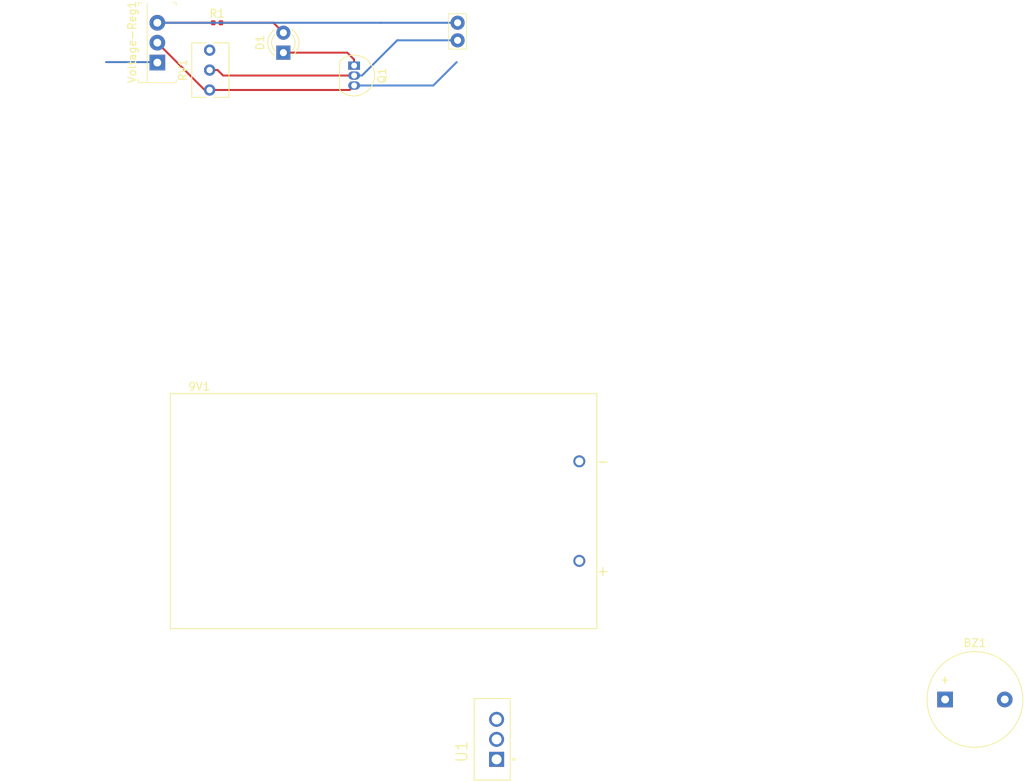
<source format=kicad_pcb>
(kicad_pcb (version 20211014) (generator pcbnew)
  (layers (0 "F.Cu" signal) (31 "B.Cu" signal) (34 "B.Paste" user) (35 "F.Paste" user) (36 "B.SilkS" user "B.Silkscreen") (37 "F.SilkS" user "F.Silkscreen") (38 "B.Mask" user) (39 "F.Mask" user) (44 "Edge.Cuts" user))
  (net 0 "")
  (net 1 "Net-(+9V1-Pad1)")
  (net 2 "Net-(+9V1-Pad2)")
  (net 3 "Net-(BZ1-Pad2)")
  (net 4 "Net-(D1-Pad2)")
  (net 5 "Net-(BZ1-Pad1)")
  (net 7 "Net-(H1-Pad1)")
  (net 8 "Net-(Q1-Pad3)")
  (net 9 "Net-(9V1-Pad+)")
  (footprint "custom_libraryies:MountingHole.1.8mm" (layer "F.Cu") (at 95.819672 49.054251 90)
    (fp_text reference "H1" hide)
    (fp_text value "MountingHole_Pad" hide)
    (pad "1" thru_hole circle locked (at -0.048001 0.110999 90) (size 1.8 1.8) (drill 0.9) (layers F&B.Cu *.Mask) (net 7 "Net-(H1-Pad1)"))
  )
  (footprint "Potentiometer_THT:Potentiometer_Bourns_3266Y_Vertical" (layer "F.Cu") (at 64.3295 50.3555 90)
    (fp_text reference "RV1" (at -2.54 -3.41 90) (layer "F.SilkS"))
    (fp_text value "R_POT")
    (fp_line (start 0.935 0.496) (end 0.935 2.46) (layer "F.SilkS") (width 0.12))
    (fp_line (start -6.015 -2.28) (end -6.015 -0.494) (layer "F.SilkS") (width 0.12))
    (fp_line (start -6.015 -2.28) (end 0.935 -2.28) (layer "F.SilkS") (width 0.12))
    (fp_line (start 0.935 -2.28) (end 0.935 -0.494) (layer "F.SilkS") (width 0.12))
    (fp_line (start -6.015 2.46) (end 0.935 2.46) (layer "F.SilkS") (width 0.12))
    (fp_line (start -6.015 0.496) (end -6.015 2.46) (layer "F.SilkS") (width 0.12))
    (pad "1" thru_hole circle locked (at 0 0 90) (size 1.44 1.44) (drill 0.8) (layers F&B.Cu *.Mask))
    (pad "2" thru_hole circle locked (at -2.54 0 90) (size 1.44 1.44) (drill 0.8) (layers F&B.Cu *.Mask) (net 7 "Net-(H1-Pad1)"))
    (pad "3" thru_hole circle locked (at -5.08 0 90) (size 1.44 1.44) (drill 0.8) (layers F&B.Cu *.Mask) (net 8 "Net-(Q1-Pad3)"))
  )
  (footprint "LED_THT:LED_D3.0mm_FlatTop" (layer "F.Cu") (at 73.7275 50.673 90)
    (fp_text reference "D1" (at 1.27 -2.96 90) (layer "F.SilkS"))
    (fp_text value "LED")
    (fp_line (start -0.29 1.08) (end -0.29 1.236) (layer "F.SilkS") (width 0.12))
    (fp_line (start -0.29 -1.236) (end -0.29 -1.08) (layer "F.SilkS") (width 0.12))
    (fp_arc (start 2.31113 1.079837) (mid 1.270117 1.5) (end 0.229039 1.08) (layer "F.SilkS") (width 0.12))
    (fp_arc (start 0.229039 -1.08) (mid 1.270117 -1.5) (end 2.31113 -1.079837) (layer "F.SilkS") (width 0.12))
    (fp_arc (start 2.942335 1.078608) (mid 1.366487 1.987659) (end -0.29 1.235516) (layer "F.SilkS") (width 0.12))
    (fp_arc (start -0.29 -1.235516) (mid 1.366487 -1.987659) (end 2.942335 -1.078608) (layer "F.SilkS") (width 0.12))
    (pad "1" thru_hole rect locked (at 0 0 90) (size 1.8 1.8) (drill 0.9) (layers F&B.Cu *.Mask) (net 3 "Net-(BZ1-Pad2)"))
    (pad "2" thru_hole circle locked (at 2.54 0 90) (size 1.8 1.8) (drill 0.9) (layers F&B.Cu *.Mask) (net 4 "Net-(D1-Pad2)"))
  )
  (footprint "Package_TO_SOT_THT:TO-92_Inline" (layer "F.Cu") (at 82.7445 52.324 -90)
    (fp_text reference "Q1" (at 1.27 -3.56 -90) (layer "F.SilkS"))
    (fp_text value "BC547")
    (fp_line (start -0.53 1.85) (end 3.07 1.85) (layer "F.SilkS") (width 0.12))
    (fp_arc (start 1.27 -2.6) (mid 3.672087 -0.994977) (end 3.108478 1.838478) (layer "F.SilkS") (width 0.12))
    (fp_arc (start -0.568478 1.838478) (mid -1.132087 -0.994977) (end 1.27 -2.6) (layer "F.SilkS") (width 0.12))
    (pad "1" thru_hole rect locked (at 0 0 270) (size 1.05 1.5) (drill 0.75) (layers F&B.Cu *.Mask) (net 3 "Net-(BZ1-Pad2)"))
    (pad "2" thru_hole oval locked (at 1.27 0 270) (size 1.05 1.5) (drill 0.75) (layers F&B.Cu *.Mask) (net 7 "Net-(H1-Pad1)"))
    (pad "3" thru_hole oval locked (at 2.54 0 270) (size 1.05 1.5) (drill 0.75) (layers F&B.Cu *.Mask) (net 8 "Net-(Q1-Pad3)"))
  )
  (footprint "custom_libraryies:MountingHole.1.8mm" (layer "F.Cu") (at 95.819672 46.813227 90)
    (fp_text reference "H2" hide)
    (fp_text value "MountingHole_Pad" hide)
    (pad "1" thru_hole circle locked (at -0.048001 0.110999 90) (size 1.8 1.8) (drill 0.9) (layers F&B.Cu *.Mask) (net 5 "Net-(BZ1-Pad1)"))
  )
  (footprint "BHVPC-BatteryHolder:BAT_BH9VPC" (layer "F.Cu") (at 86.4965 109.1395)
    (fp_text reference "9V1" (at -23.495 -15.875) (layer "F.SilkS"))
    (fp_text value "BH9VPC")
    (fp_text user "+" (at 27.94 7.62) (layer "F.SilkS") (effects (font (size 1.4 1.4))))
    (fp_text user "-" (at 27.94 -6.35) (layer "F.SilkS") (effects (font (size 1.4 1.4))))
    (fp_line (start -27.175 14.985) (end -27.175 -14.985) (layer "F.SilkS") (width 0.127))
    (fp_line (start 27.175 -14.985) (end 27.175 14.985) (layer "F.SilkS") (width 0.127))
    (fp_line (start -27.175 -14.985) (end 27.175 -14.985) (layer "F.SilkS") (width 0.127))
    (fp_line (start 27.175 14.985) (end -27.175 14.985) (layer "F.SilkS") (width 0.127))
    (pad "" np_thru_hole circle (at -13.625 -11.09) (size 2.29 2.29) (drill 2.29) (layers *.Cu *.Mask))
    (pad "" np_thru_hole circle (at -0.135 11.26) (size 2.29 2.29) (drill 2.29) (layers *.Cu *.Mask))
    (pad "" np_thru_hole circle (at 13.345 -11.09) (size 2.29 2.29) (drill 2.29) (layers *.Cu *.Mask))
    (pad "+" thru_hole circle (at 24.945 6.35) (size 1.524 1.524) (drill 1.016) (layers *.Cu *.Mask) (net 9 "Net-(9V1-Pad+)"))
    (pad "-" thru_hole circle (at 24.945 -6.35) (size 1.524 1.524) (drill 1.016) (layers *.Cu *.Mask) (net 8 "Net-(Q1-Pad3)"))
  )
  (footprint "Buzzer_Beeper:Buzzer_12x9.5RM7.6" (layer "F.Cu") (at 158.0615 133.1595)
    (fp_text reference "BZ1" (at 3.8 -7.2) (layer "F.SilkS"))
    (fp_text value "Buzzer")
    (fp_text user "+" (at -0.01 -2.54) (layer "F.SilkS"))
    (fp_circle (center 3.8 0) (end 9.9 0) (layer "F.SilkS") (width 0.12) (fill none))
    (pad "1" thru_hole rect (at 0 0) (size 2 2) (drill 1) (layers *.Cu *.Mask) (net 5 "Net-(BZ1-Pad1)"))
    (pad "2" thru_hole circle (at 7.6 0) (size 2 2) (drill 1) (layers *.Cu *.Mask) (net 3 "Net-(BZ1-Pad2)"))
  )
  (footprint "digikey-footprints:TO-220-3" (layer "F.Cu") (at 57.662 51.943 90)
    (fp_text reference "Voltage-Reg1" (at 2.62 -3.22 90) (layer "F.SilkS"))
    (fp_text value "L7805CV")
    (fp_line (start -2.56 2.4) (end -2.56 -2) (layer "F.SilkS") (width 0.1))
    (fp_line (start -2.56 -2.4) (end -2.56 -2) (layer "F.SilkS") (width 0.1))
    (fp_line (start -2.56 -2.4) (end -2.16 -2.4) (layer "F.SilkS") (width 0.1))
    (fp_line (start 7.24 -2.4) (end 7.64 -2.4) (layer "F.SilkS") (width 0.1))
    (fp_line (start 7.64 2.4) (end 7.24 2.4) (layer "F.SilkS") (width 0.1))
    (fp_line (start -2.56 -1.29) (end 7.54 -1.29) (layer "F.SilkS") (width 0.1))
    (fp_line (start 7.64 -2.4) (end 7.64 -2) (layer "F.SilkS") (width 0.1))
    (fp_line (start -2.56 2.4) (end -2.16 2.4) (layer "F.SilkS") (width 0.1))
    (fp_line (start 7.64 2.4) (end 7.64 2) (layer "F.SilkS") (width 0.1))
    (pad "1" thru_hole rect locked (at 0 0 90) (size 2 2) (drill 1) (layers F&B.Cu *.Mask) (net 1 "Net-(+9V1-Pad1)"))
    (pad "2" thru_hole circle locked (at 2.54 0 90) (size 2 2) (drill 1) (layers F&B.Cu *.Mask) (net 2 "Net-(+9V1-Pad2)"))
    (pad "3" thru_hole circle locked (at 5.08 0 90) (size 2 2) (drill 1) (layers F&B.Cu *.Mask) (net 5 "Net-(BZ1-Pad1)"))
  )
  (footprint "Resistor_SMD:R_0402_1005Metric" (layer "F.Cu") (at 65.282 46.863)
    (fp_text reference "R1" (at 0 -1.17) (layer "F.SilkS"))
    (fp_text value "1kohm")
    (pad "1" smd roundrect locked (at -0.485 0) (size 0.59 0.64) (layers "F.Cu" "F.Paste" "F.Mask") (net 5 "Net-(BZ1-Pad1)"))
    (pad "2" smd roundrect locked (at 0.485 0) (size 0.59 0.64) (layers "F.Cu" "F.Paste" "F.Mask") (net 4 "Net-(D1-Pad2)"))
  )
  (footprint "L7805CV-Vreg:TO255P1040X460X1968-3" (layer "F.Cu") (at 100.9015 140.7995 90)
    (fp_text reference "U1" (at 0.995 -4.444 90) (layer "F.SilkS") (effects (font (size 1.4 1.4))))
    (fp_text value "L7805CV")
    (fp_line (start 7.75 1.74) (end -2.65 1.74) (layer "F.SilkS") (width 0.127))
    (fp_line (start -2.65 -2.86) (end 7.75 -2.86) (layer "F.SilkS") (width 0.127))
    (fp_line (start 7.75 -2.86) (end 7.75 1.74) (layer "F.SilkS") (width 0.127))
    (fp_line (start -2.65 1.74) (end -2.65 -2.86) (layer "F.SilkS") (width 0.127))
    (fp_circle (center 0 2.195) (end 0.1 2.195) (layer "F.SilkS") (width 0.2) (fill none))
    (pad "1" thru_hole rect locked (at 0 0 90) (size 1.91 1.91) (drill 1.27) (layers *.Cu *.Mask) (net 9 "Net-(9V1-Pad+)"))
    (pad "2" thru_hole circle locked (at 2.55 0 90) (size 1.91 1.91) (drill 1.27) (layers *.Cu *.Mask) (net 8 "Net-(Q1-Pad3)"))
    (pad "3" thru_hole circle locked (at 5.1 0 90) (size 1.91 1.91) (drill 1.27) (layers *.Cu *.Mask) (net 5 "Net-(BZ1-Pad1)"))
  )
  (gr_line (start 97.052655 45.718228) (end 94.893655 45.718228) (layer "F.SilkS") (width 0.1))
  (gr_line (start 94.893655 45.718228) (end 94.830155 45.718228) (layer "F.SilkS") (width 0.1))
  (gr_line (start 94.766655 50.226728) (end 94.766655 45.718228) (layer "F.SilkS") (width 0.1))
  (gr_line (start 94.830155 50.226728) (end 97.052655 50.226728) (layer "F.SilkS") (width 0.1))
  (gr_line (start 97.052655 50.226728) (end 97.052655 45.718228) (layer "F.SilkS") (width 0.1))
  (segment (start 57.5985 51.8795) (end 57.662 51.943) (width 0.25) (layer "B.Cu") (net 1))
  (segment (start 51.1215 51.8795) (end 57.5985 51.8795) (width 0.25) (layer "B.Cu") (net 1))
  (segment (start 82.7445 52.324) (end 82.7445 51.549) (width 0.25) (layer "F.Cu") (net 3))
  (segment (start 74.8775 50.673) (end 73.7275 50.673) (width 0.25) (layer "F.Cu") (net 3))
  (segment (start 81.8685 50.673) (end 74.8775 50.673) (width 0.25) (layer "F.Cu") (net 3))
  (segment (start 82.7445 51.549) (end 81.8685 50.673) (width 0.25) (layer "F.Cu") (net 3))
  (segment (start 72.4575 46.863) (end 73.7275 48.133) (width 0.25) (layer "F.Cu") (net 4))
  (segment (start 65.767 46.863) (end 72.4575 46.863) (width 0.25) (layer "F.Cu") (net 4))
  (segment (start 62.869 46.863) (end 64.797 46.863) (width 0.25) (layer "F.Cu") (net 5))
  (segment (start 57.662 46.863) (end 62.869 46.863) (width 0.25) (layer "F.Cu") (net 5))
  (segment (start 86.226917 46.863) (end 86.11 46.863) (width 0.25) (layer "B.Cu") (net 5))
  (segment (start 95.930671 46.861228) (end 94.657879 46.861228) (width 0.25) (layer "B.Cu") (net 5))
  (segment (start 86.11 46.863) (end 57.662 46.863) (width 0.25) (layer "B.Cu") (net 5))
  (segment (start 94.657879 46.861228) (end 94.656107 46.863) (width 0.25) (layer "B.Cu") (net 5))
  (segment (start 94.656107 46.863) (end 86.11 46.863) (width 0.25) (layer "B.Cu") (net 5))
  (segment (start 65.347733 52.8955) (end 66.046233 53.594) (width 0.25) (layer "F.Cu") (net 7))
  (segment (start 81.7445 53.594) (end 82.7445 53.594) (width 0.25) (layer "F.Cu") (net 7))
  (segment (start 64.3295 52.8955) (end 65.347733 52.8955) (width 0.25) (layer "F.Cu") (net 7))
  (segment (start 66.046233 53.594) (end 81.7445 53.594) (width 0.25) (layer "F.Cu") (net 7))
  (segment (start 83.7445 53.594) (end 88.253 49.0855) (width 0.25) (layer "B.Cu") (net 7))
  (segment (start 82.7445 53.594) (end 83.7445 53.594) (width 0.25) (layer "B.Cu") (net 7))
  (segment (start 88.269752 49.102252) (end 95.930671 49.102252) (width 0.25) (layer "B.Cu") (net 7))
  (segment (start 88.253 49.0855) (end 88.269752 49.102252) (width 0.25) (layer "B.Cu") (net 7))
  (segment (start 95.913919 49.0855) (end 95.930671 49.102252) (width 0.25) (layer "B.Cu") (net 7))
  (segment (start 64.3295 55.4355) (end 82.173 55.4355) (width 0.25) (layer "F.Cu") (net 8))
  (segment (start 82.173 55.4355) (end 82.7445 54.864) (width 0.25) (layer "F.Cu") (net 8))
  (segment (start 63.6945 55.4355) (end 64.3295 55.4355) (width 0.25) (layer "F.Cu") (net 8))
  (segment (start 57.662 49.403) (end 63.6945 55.4355) (width 0.25) (layer "F.Cu") (net 8))
  (segment (start 82.7445 54.864) (end 92.837 54.864) (width 0.25) (layer "B.Cu") (net 8))
  (segment (start 92.837 54.864) (end 95.8215 51.8795) (width 0.25) (layer "B.Cu") (net 8))
)
</source>
